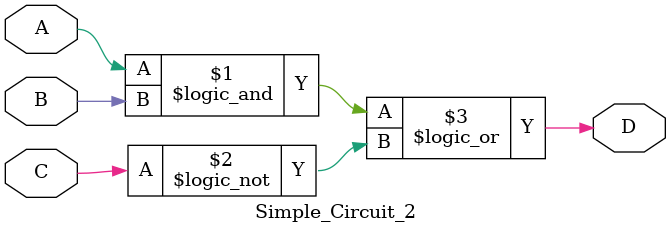
<source format=v>

module Simple_Circuit_2 (A, B, C, D);
	output D;
	input A, B, C;
	 
	
	assign D = (A && B) || (!C);

endmodule
</source>
